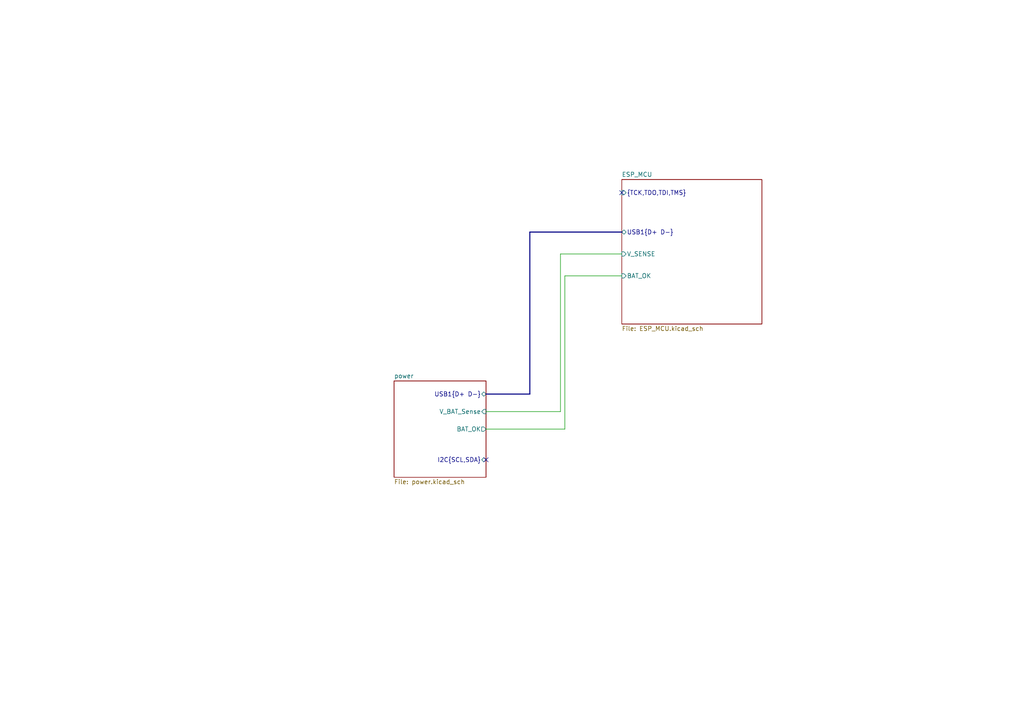
<source format=kicad_sch>
(kicad_sch (version 20230121) (generator eeschema)
  (paper "A4")
  (title_block (title "River Mesh") (date "2023-05-27") (rev "0.1"))
  (lib_symbols)
  (no_connect (at 180.34 55.88))
  (no_connect (at 140.97 133.35))
  (wire (pts (xy 162.56 119.38) (xy 162.56 73.66)))
  (bus (pts (xy 153.67 67.31) (xy 180.34 67.31)))
  (wire (pts (xy 140.97 119.38) (xy 162.56 119.38)))
  (bus (pts (xy 153.67 114.3) (xy 153.67 67.31)))
  (wire (pts (xy 162.56 73.66) (xy 180.34 73.66)))
  (bus (pts (xy 140.97 114.3) (xy 153.67 114.3)))
  (wire (pts (xy 140.97 124.46) (xy 163.83 124.46)))
  (wire (pts (xy 163.83 80.01) (xy 163.83 124.46)))
  (wire (pts (xy 180.34 80.01) (xy 163.83 80.01)))
  (sheet (at 114.3 110.49) (size 26.67 27.94) (stroke (width 0.1524))
    (property "Sheetname" "power" (at 114.3 109.7784 0) (effects (justify left bottom)))
    (property "Sheetfile" "power.kicad_sch" (at 114.3 139.0146 0) (effects (justify left top)))
    (pin "BAT_OK" output (at 140.97 124.46 0))
    (pin "V_BAT_Sense" input (at 140.97 119.38 0))
    (pin "USB1{D+ D-}" bidirectional (at 140.97 114.3 0))
    (pin "I2C{SCL,SDA}" bidirectional (at 140.97 133.35 0))
  )
  (sheet (at 180.34 52.07) (size 40.64 41.91) (stroke (width 0.1524))
    (property "Sheetname" "ESP_MCU" (at 180.34 51.3584 0) (effects (justify left bottom)))
    (property "Sheetfile" "ESP_MCU.kicad_sch" (at 180.34 94.5646 0) (effects (justify left top)))
    (pin "V_SENSE" input (at 180.34 73.66 180))
    (pin "BAT_OK" input (at 180.34 80.01 180))
    (pin "{TCK,TDO,TDI,TMS}" input (at 180.34 55.88 180))
    (pin "USB1{D+ D-}" bidirectional (at 180.34 67.31 180))
  )
)
</source>
